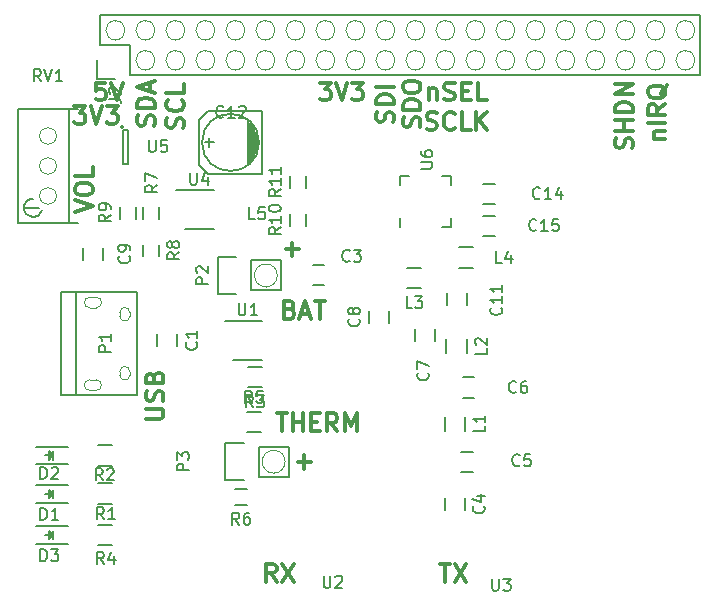
<source format=gto>
G04 #@! TF.FileFunction,Legend,Top*
%FSLAX46Y46*%
G04 Gerber Fmt 4.6, Leading zero omitted, Abs format (unit mm)*
G04 Created by KiCad (PCBNEW 4.0.6) date Wed Apr 19 01:03:26 2017*
%MOMM*%
%LPD*%
G01*
G04 APERTURE LIST*
%ADD10C,0.100000*%
%ADD11C,0.300000*%
%ADD12C,0.150000*%
G04 APERTURE END LIST*
D10*
D11*
X97528572Y-114307143D02*
X98671429Y-114307143D01*
X98100000Y-114878571D02*
X98100000Y-113735714D01*
X98528572Y-132307143D02*
X99671429Y-132307143D01*
X99100000Y-132878571D02*
X99100000Y-131735714D01*
X79642858Y-102178571D02*
X80571429Y-102178571D01*
X80071429Y-102750000D01*
X80285715Y-102750000D01*
X80428572Y-102821429D01*
X80500001Y-102892857D01*
X80571429Y-103035714D01*
X80571429Y-103392857D01*
X80500001Y-103535714D01*
X80428572Y-103607143D01*
X80285715Y-103678571D01*
X79857143Y-103678571D01*
X79714286Y-103607143D01*
X79642858Y-103535714D01*
X81000000Y-102178571D02*
X81500000Y-103678571D01*
X82000000Y-102178571D01*
X82357143Y-102178571D02*
X83285714Y-102178571D01*
X82785714Y-102750000D01*
X83000000Y-102750000D01*
X83142857Y-102821429D01*
X83214286Y-102892857D01*
X83285714Y-103035714D01*
X83285714Y-103392857D01*
X83214286Y-103535714D01*
X83142857Y-103607143D01*
X83000000Y-103678571D01*
X82571428Y-103678571D01*
X82428571Y-103607143D01*
X82357143Y-103535714D01*
X82214287Y-100178571D02*
X81500001Y-100178571D01*
X81428572Y-100892857D01*
X81500001Y-100821429D01*
X81642858Y-100750000D01*
X82000001Y-100750000D01*
X82142858Y-100821429D01*
X82214287Y-100892857D01*
X82285715Y-101035714D01*
X82285715Y-101392857D01*
X82214287Y-101535714D01*
X82142858Y-101607143D01*
X82000001Y-101678571D01*
X81642858Y-101678571D01*
X81500001Y-101607143D01*
X81428572Y-101535714D01*
X82714286Y-100178571D02*
X83214286Y-101678571D01*
X83714286Y-100178571D01*
X88857143Y-104035714D02*
X88928571Y-103821428D01*
X88928571Y-103464285D01*
X88857143Y-103321428D01*
X88785714Y-103249999D01*
X88642857Y-103178571D01*
X88500000Y-103178571D01*
X88357143Y-103249999D01*
X88285714Y-103321428D01*
X88214286Y-103464285D01*
X88142857Y-103749999D01*
X88071429Y-103892857D01*
X88000000Y-103964285D01*
X87857143Y-104035714D01*
X87714286Y-104035714D01*
X87571429Y-103964285D01*
X87500000Y-103892857D01*
X87428571Y-103749999D01*
X87428571Y-103392857D01*
X87500000Y-103178571D01*
X88785714Y-101678571D02*
X88857143Y-101750000D01*
X88928571Y-101964286D01*
X88928571Y-102107143D01*
X88857143Y-102321428D01*
X88714286Y-102464286D01*
X88571429Y-102535714D01*
X88285714Y-102607143D01*
X88071429Y-102607143D01*
X87785714Y-102535714D01*
X87642857Y-102464286D01*
X87500000Y-102321428D01*
X87428571Y-102107143D01*
X87428571Y-101964286D01*
X87500000Y-101750000D01*
X87571429Y-101678571D01*
X88928571Y-100321428D02*
X88928571Y-101035714D01*
X87428571Y-101035714D01*
X86357143Y-103821428D02*
X86428571Y-103607142D01*
X86428571Y-103249999D01*
X86357143Y-103107142D01*
X86285714Y-103035713D01*
X86142857Y-102964285D01*
X86000000Y-102964285D01*
X85857143Y-103035713D01*
X85785714Y-103107142D01*
X85714286Y-103249999D01*
X85642857Y-103535713D01*
X85571429Y-103678571D01*
X85500000Y-103749999D01*
X85357143Y-103821428D01*
X85214286Y-103821428D01*
X85071429Y-103749999D01*
X85000000Y-103678571D01*
X84928571Y-103535713D01*
X84928571Y-103178571D01*
X85000000Y-102964285D01*
X86428571Y-102321428D02*
X84928571Y-102321428D01*
X84928571Y-101964285D01*
X85000000Y-101750000D01*
X85142857Y-101607142D01*
X85285714Y-101535714D01*
X85571429Y-101464285D01*
X85785714Y-101464285D01*
X86071429Y-101535714D01*
X86214286Y-101607142D01*
X86357143Y-101750000D01*
X86428571Y-101964285D01*
X86428571Y-102321428D01*
X86000000Y-100892857D02*
X86000000Y-100178571D01*
X86428571Y-101035714D02*
X84928571Y-100535714D01*
X86428571Y-100035714D01*
X128678571Y-104964286D02*
X129678571Y-104964286D01*
X128821429Y-104964286D02*
X128750000Y-104892858D01*
X128678571Y-104750000D01*
X128678571Y-104535715D01*
X128750000Y-104392858D01*
X128892857Y-104321429D01*
X129678571Y-104321429D01*
X129678571Y-103607143D02*
X128178571Y-103607143D01*
X129678571Y-102035714D02*
X128964286Y-102535714D01*
X129678571Y-102892857D02*
X128178571Y-102892857D01*
X128178571Y-102321429D01*
X128250000Y-102178571D01*
X128321429Y-102107143D01*
X128464286Y-102035714D01*
X128678571Y-102035714D01*
X128821429Y-102107143D01*
X128892857Y-102178571D01*
X128964286Y-102321429D01*
X128964286Y-102892857D01*
X129821429Y-100392857D02*
X129750000Y-100535714D01*
X129607143Y-100678571D01*
X129392857Y-100892857D01*
X129321429Y-101035714D01*
X129321429Y-101178571D01*
X129678571Y-101107143D02*
X129607143Y-101250000D01*
X129464286Y-101392857D01*
X129178571Y-101464286D01*
X128678571Y-101464286D01*
X128392857Y-101392857D01*
X128250000Y-101250000D01*
X128178571Y-101107143D01*
X128178571Y-100821429D01*
X128250000Y-100678571D01*
X128392857Y-100535714D01*
X128678571Y-100464286D01*
X129178571Y-100464286D01*
X129464286Y-100535714D01*
X129607143Y-100678571D01*
X129678571Y-100821429D01*
X129678571Y-101107143D01*
X126857143Y-105750000D02*
X126928571Y-105535714D01*
X126928571Y-105178571D01*
X126857143Y-105035714D01*
X126785714Y-104964285D01*
X126642857Y-104892857D01*
X126500000Y-104892857D01*
X126357143Y-104964285D01*
X126285714Y-105035714D01*
X126214286Y-105178571D01*
X126142857Y-105464285D01*
X126071429Y-105607143D01*
X126000000Y-105678571D01*
X125857143Y-105750000D01*
X125714286Y-105750000D01*
X125571429Y-105678571D01*
X125500000Y-105607143D01*
X125428571Y-105464285D01*
X125428571Y-105107143D01*
X125500000Y-104892857D01*
X126928571Y-104250000D02*
X125428571Y-104250000D01*
X126142857Y-104250000D02*
X126142857Y-103392857D01*
X126928571Y-103392857D02*
X125428571Y-103392857D01*
X126928571Y-102678571D02*
X125428571Y-102678571D01*
X125428571Y-102321428D01*
X125500000Y-102107143D01*
X125642857Y-101964285D01*
X125785714Y-101892857D01*
X126071429Y-101821428D01*
X126285714Y-101821428D01*
X126571429Y-101892857D01*
X126714286Y-101964285D01*
X126857143Y-102107143D01*
X126928571Y-102321428D01*
X126928571Y-102678571D01*
X126928571Y-101178571D02*
X125428571Y-101178571D01*
X126928571Y-100321428D01*
X125428571Y-100321428D01*
X109464286Y-104107143D02*
X109678572Y-104178571D01*
X110035715Y-104178571D01*
X110178572Y-104107143D01*
X110250001Y-104035714D01*
X110321429Y-103892857D01*
X110321429Y-103750000D01*
X110250001Y-103607143D01*
X110178572Y-103535714D01*
X110035715Y-103464286D01*
X109750001Y-103392857D01*
X109607143Y-103321429D01*
X109535715Y-103250000D01*
X109464286Y-103107143D01*
X109464286Y-102964286D01*
X109535715Y-102821429D01*
X109607143Y-102750000D01*
X109750001Y-102678571D01*
X110107143Y-102678571D01*
X110321429Y-102750000D01*
X111821429Y-104035714D02*
X111750000Y-104107143D01*
X111535714Y-104178571D01*
X111392857Y-104178571D01*
X111178572Y-104107143D01*
X111035714Y-103964286D01*
X110964286Y-103821429D01*
X110892857Y-103535714D01*
X110892857Y-103321429D01*
X110964286Y-103035714D01*
X111035714Y-102892857D01*
X111178572Y-102750000D01*
X111392857Y-102678571D01*
X111535714Y-102678571D01*
X111750000Y-102750000D01*
X111821429Y-102821429D01*
X113178572Y-104178571D02*
X112464286Y-104178571D01*
X112464286Y-102678571D01*
X113678572Y-104178571D02*
X113678572Y-102678571D01*
X114535715Y-104178571D02*
X113892858Y-103321429D01*
X114535715Y-102678571D02*
X113678572Y-103535714D01*
X109678572Y-100678571D02*
X109678572Y-101678571D01*
X109678572Y-100821429D02*
X109750000Y-100750000D01*
X109892858Y-100678571D01*
X110107143Y-100678571D01*
X110250000Y-100750000D01*
X110321429Y-100892857D01*
X110321429Y-101678571D01*
X110964286Y-101607143D02*
X111178572Y-101678571D01*
X111535715Y-101678571D01*
X111678572Y-101607143D01*
X111750001Y-101535714D01*
X111821429Y-101392857D01*
X111821429Y-101250000D01*
X111750001Y-101107143D01*
X111678572Y-101035714D01*
X111535715Y-100964286D01*
X111250001Y-100892857D01*
X111107143Y-100821429D01*
X111035715Y-100750000D01*
X110964286Y-100607143D01*
X110964286Y-100464286D01*
X111035715Y-100321429D01*
X111107143Y-100250000D01*
X111250001Y-100178571D01*
X111607143Y-100178571D01*
X111821429Y-100250000D01*
X112464286Y-100892857D02*
X112964286Y-100892857D01*
X113178572Y-101678571D02*
X112464286Y-101678571D01*
X112464286Y-100178571D01*
X113178572Y-100178571D01*
X114535715Y-101678571D02*
X113821429Y-101678571D01*
X113821429Y-100178571D01*
X108857143Y-103964286D02*
X108928571Y-103750000D01*
X108928571Y-103392857D01*
X108857143Y-103250000D01*
X108785714Y-103178571D01*
X108642857Y-103107143D01*
X108500000Y-103107143D01*
X108357143Y-103178571D01*
X108285714Y-103250000D01*
X108214286Y-103392857D01*
X108142857Y-103678571D01*
X108071429Y-103821429D01*
X108000000Y-103892857D01*
X107857143Y-103964286D01*
X107714286Y-103964286D01*
X107571429Y-103892857D01*
X107500000Y-103821429D01*
X107428571Y-103678571D01*
X107428571Y-103321429D01*
X107500000Y-103107143D01*
X108928571Y-102464286D02*
X107428571Y-102464286D01*
X107428571Y-102107143D01*
X107500000Y-101892858D01*
X107642857Y-101750000D01*
X107785714Y-101678572D01*
X108071429Y-101607143D01*
X108285714Y-101607143D01*
X108571429Y-101678572D01*
X108714286Y-101750000D01*
X108857143Y-101892858D01*
X108928571Y-102107143D01*
X108928571Y-102464286D01*
X107428571Y-100678572D02*
X107428571Y-100392858D01*
X107500000Y-100250000D01*
X107642857Y-100107143D01*
X107928571Y-100035715D01*
X108428571Y-100035715D01*
X108714286Y-100107143D01*
X108857143Y-100250000D01*
X108928571Y-100392858D01*
X108928571Y-100678572D01*
X108857143Y-100821429D01*
X108714286Y-100964286D01*
X108428571Y-101035715D01*
X107928571Y-101035715D01*
X107642857Y-100964286D01*
X107500000Y-100821429D01*
X107428571Y-100678572D01*
X106607143Y-103535714D02*
X106678571Y-103321428D01*
X106678571Y-102964285D01*
X106607143Y-102821428D01*
X106535714Y-102749999D01*
X106392857Y-102678571D01*
X106250000Y-102678571D01*
X106107143Y-102749999D01*
X106035714Y-102821428D01*
X105964286Y-102964285D01*
X105892857Y-103249999D01*
X105821429Y-103392857D01*
X105750000Y-103464285D01*
X105607143Y-103535714D01*
X105464286Y-103535714D01*
X105321429Y-103464285D01*
X105250000Y-103392857D01*
X105178571Y-103249999D01*
X105178571Y-102892857D01*
X105250000Y-102678571D01*
X106678571Y-102035714D02*
X105178571Y-102035714D01*
X105178571Y-101678571D01*
X105250000Y-101464286D01*
X105392857Y-101321428D01*
X105535714Y-101250000D01*
X105821429Y-101178571D01*
X106035714Y-101178571D01*
X106321429Y-101250000D01*
X106464286Y-101321428D01*
X106607143Y-101464286D01*
X106678571Y-101678571D01*
X106678571Y-102035714D01*
X106678571Y-100535714D02*
X105178571Y-100535714D01*
X100392858Y-100178571D02*
X101321429Y-100178571D01*
X100821429Y-100750000D01*
X101035715Y-100750000D01*
X101178572Y-100821429D01*
X101250001Y-100892857D01*
X101321429Y-101035714D01*
X101321429Y-101392857D01*
X101250001Y-101535714D01*
X101178572Y-101607143D01*
X101035715Y-101678571D01*
X100607143Y-101678571D01*
X100464286Y-101607143D01*
X100392858Y-101535714D01*
X101750000Y-100178571D02*
X102250000Y-101678571D01*
X102750000Y-100178571D01*
X103107143Y-100178571D02*
X104035714Y-100178571D01*
X103535714Y-100750000D01*
X103750000Y-100750000D01*
X103892857Y-100821429D01*
X103964286Y-100892857D01*
X104035714Y-101035714D01*
X104035714Y-101392857D01*
X103964286Y-101535714D01*
X103892857Y-101607143D01*
X103750000Y-101678571D01*
X103321428Y-101678571D01*
X103178571Y-101607143D01*
X103107143Y-101535714D01*
X110607143Y-140928571D02*
X111464286Y-140928571D01*
X111035715Y-142428571D02*
X111035715Y-140928571D01*
X111821429Y-140928571D02*
X112821429Y-142428571D01*
X112821429Y-140928571D02*
X111821429Y-142428571D01*
X96750001Y-142428571D02*
X96250001Y-141714286D01*
X95892858Y-142428571D02*
X95892858Y-140928571D01*
X96464286Y-140928571D01*
X96607144Y-141000000D01*
X96678572Y-141071429D01*
X96750001Y-141214286D01*
X96750001Y-141428571D01*
X96678572Y-141571429D01*
X96607144Y-141642857D01*
X96464286Y-141714286D01*
X95892858Y-141714286D01*
X97250001Y-140928571D02*
X98250001Y-142428571D01*
X98250001Y-140928571D02*
X97250001Y-142428571D01*
X96750000Y-128178571D02*
X97607143Y-128178571D01*
X97178572Y-129678571D02*
X97178572Y-128178571D01*
X98107143Y-129678571D02*
X98107143Y-128178571D01*
X98107143Y-128892857D02*
X98964286Y-128892857D01*
X98964286Y-129678571D02*
X98964286Y-128178571D01*
X99678572Y-128892857D02*
X100178572Y-128892857D01*
X100392858Y-129678571D02*
X99678572Y-129678571D01*
X99678572Y-128178571D01*
X100392858Y-128178571D01*
X101892858Y-129678571D02*
X101392858Y-128964286D01*
X101035715Y-129678571D02*
X101035715Y-128178571D01*
X101607143Y-128178571D01*
X101750001Y-128250000D01*
X101821429Y-128321429D01*
X101892858Y-128464286D01*
X101892858Y-128678571D01*
X101821429Y-128821429D01*
X101750001Y-128892857D01*
X101607143Y-128964286D01*
X101035715Y-128964286D01*
X102535715Y-129678571D02*
X102535715Y-128178571D01*
X103035715Y-129250000D01*
X103535715Y-128178571D01*
X103535715Y-129678571D01*
X97892858Y-119392857D02*
X98107144Y-119464286D01*
X98178572Y-119535714D01*
X98250001Y-119678571D01*
X98250001Y-119892857D01*
X98178572Y-120035714D01*
X98107144Y-120107143D01*
X97964286Y-120178571D01*
X97392858Y-120178571D01*
X97392858Y-118678571D01*
X97892858Y-118678571D01*
X98035715Y-118750000D01*
X98107144Y-118821429D01*
X98178572Y-118964286D01*
X98178572Y-119107143D01*
X98107144Y-119250000D01*
X98035715Y-119321429D01*
X97892858Y-119392857D01*
X97392858Y-119392857D01*
X98821429Y-119750000D02*
X99535715Y-119750000D01*
X98678572Y-120178571D02*
X99178572Y-118678571D01*
X99678572Y-120178571D01*
X99964286Y-118678571D02*
X100821429Y-118678571D01*
X100392858Y-120178571D02*
X100392858Y-118678571D01*
X79678571Y-111142857D02*
X81178571Y-110642857D01*
X79678571Y-110142857D01*
X79678571Y-109357143D02*
X79678571Y-109071429D01*
X79750000Y-108928571D01*
X79892857Y-108785714D01*
X80178571Y-108714286D01*
X80678571Y-108714286D01*
X80964286Y-108785714D01*
X81107143Y-108928571D01*
X81178571Y-109071429D01*
X81178571Y-109357143D01*
X81107143Y-109500000D01*
X80964286Y-109642857D01*
X80678571Y-109714286D01*
X80178571Y-109714286D01*
X79892857Y-109642857D01*
X79750000Y-109500000D01*
X79678571Y-109357143D01*
X81178571Y-107357142D02*
X81178571Y-108071428D01*
X79678571Y-108071428D01*
X85678571Y-128642857D02*
X86892857Y-128642857D01*
X87035714Y-128571429D01*
X87107143Y-128500000D01*
X87178571Y-128357143D01*
X87178571Y-128071429D01*
X87107143Y-127928571D01*
X87035714Y-127857143D01*
X86892857Y-127785714D01*
X85678571Y-127785714D01*
X87107143Y-127142857D02*
X87178571Y-126928571D01*
X87178571Y-126571428D01*
X87107143Y-126428571D01*
X87035714Y-126357142D01*
X86892857Y-126285714D01*
X86750000Y-126285714D01*
X86607143Y-126357142D01*
X86535714Y-126428571D01*
X86464286Y-126571428D01*
X86392857Y-126857142D01*
X86321429Y-127000000D01*
X86250000Y-127071428D01*
X86107143Y-127142857D01*
X85964286Y-127142857D01*
X85821429Y-127071428D01*
X85750000Y-127000000D01*
X85678571Y-126857142D01*
X85678571Y-126500000D01*
X85750000Y-126285714D01*
X86392857Y-125142857D02*
X86464286Y-124928571D01*
X86535714Y-124857143D01*
X86678571Y-124785714D01*
X86892857Y-124785714D01*
X87035714Y-124857143D01*
X87107143Y-124928571D01*
X87178571Y-125071429D01*
X87178571Y-125642857D01*
X85678571Y-125642857D01*
X85678571Y-125142857D01*
X85750000Y-125000000D01*
X85821429Y-124928571D01*
X85964286Y-124857143D01*
X86107143Y-124857143D01*
X86250000Y-124928571D01*
X86321429Y-125000000D01*
X86392857Y-125142857D01*
X86392857Y-125642857D01*
D12*
X88975000Y-112600000D02*
X91425000Y-112600000D01*
X88250000Y-109300000D02*
X91425000Y-109300000D01*
X132640000Y-94480000D02*
X81840000Y-94480000D01*
X84380000Y-99560000D02*
X132640000Y-99560000D01*
X132640000Y-94480000D02*
X132640000Y-99560000D01*
X81840000Y-94480000D02*
X81840000Y-97020000D01*
X81560000Y-98290000D02*
X81560000Y-99840000D01*
X81840000Y-97020000D02*
X84380000Y-97020000D01*
X84380000Y-97020000D02*
X84380000Y-99560000D01*
X81560000Y-99840000D02*
X83110000Y-99840000D01*
X88350000Y-122500000D02*
X88350000Y-121500000D01*
X86650000Y-121500000D02*
X86650000Y-122500000D01*
X100810000Y-115630000D02*
X99810000Y-115630000D01*
X99810000Y-117330000D02*
X100810000Y-117330000D01*
X112675000Y-136375000D02*
X112675000Y-135375000D01*
X110975000Y-135375000D02*
X110975000Y-136375000D01*
X113350000Y-131425000D02*
X112350000Y-131425000D01*
X112350000Y-133125000D02*
X113350000Y-133125000D01*
X113500000Y-125150000D02*
X112500000Y-125150000D01*
X112500000Y-126850000D02*
X113500000Y-126850000D01*
X110200000Y-122050000D02*
X110200000Y-121050000D01*
X108500000Y-121050000D02*
X108500000Y-122050000D01*
X104600000Y-119525000D02*
X104600000Y-120525000D01*
X106300000Y-120525000D02*
X106300000Y-119525000D01*
X82050000Y-115200000D02*
X82050000Y-114200000D01*
X80350000Y-114200000D02*
X80350000Y-115200000D01*
X112850000Y-119000000D02*
X112850000Y-118000000D01*
X111150000Y-118000000D02*
X111150000Y-119000000D01*
X95136000Y-105885000D02*
X95136000Y-104488000D01*
X95009000Y-106139000D02*
X95009000Y-104361000D01*
X94882000Y-106520000D02*
X94882000Y-103980000D01*
X94755000Y-103853000D02*
X94755000Y-106647000D01*
X94628000Y-106774000D02*
X94628000Y-103726000D01*
X94501000Y-103599000D02*
X94501000Y-106901000D01*
X94374000Y-107028000D02*
X94374000Y-103472000D01*
X95517000Y-107917000D02*
X90945000Y-107917000D01*
X90945000Y-107917000D02*
X90183000Y-107155000D01*
X90183000Y-107155000D02*
X90183000Y-103345000D01*
X90183000Y-103345000D02*
X90945000Y-102583000D01*
X90945000Y-102583000D02*
X95517000Y-102583000D01*
X95517000Y-102583000D02*
X95517000Y-107917000D01*
X90691000Y-105250000D02*
X91453000Y-105250000D01*
X91072000Y-105631000D02*
X91072000Y-104869000D01*
X95263000Y-105250000D02*
G75*
G03X95263000Y-105250000I-2413000J0D01*
G01*
X114250000Y-110500000D02*
X115250000Y-110500000D01*
X115250000Y-108800000D02*
X114250000Y-108800000D01*
X114250000Y-113200000D02*
X115250000Y-113200000D01*
X115250000Y-111500000D02*
X114250000Y-111500000D01*
X79100000Y-134250000D02*
X76400000Y-134250000D01*
X79100000Y-135750000D02*
X76400000Y-135750000D01*
X77600000Y-134850000D02*
X77600000Y-135100000D01*
X77600000Y-135100000D02*
X77750000Y-134950000D01*
X77850000Y-135350000D02*
X77850000Y-134650000D01*
X77500000Y-135000000D02*
X77150000Y-135000000D01*
X77850000Y-135000000D02*
X77500000Y-135350000D01*
X77500000Y-135350000D02*
X77500000Y-134650000D01*
X77500000Y-134650000D02*
X77850000Y-135000000D01*
X79100000Y-131000000D02*
X76400000Y-131000000D01*
X79100000Y-132500000D02*
X76400000Y-132500000D01*
X77600000Y-131600000D02*
X77600000Y-131850000D01*
X77600000Y-131850000D02*
X77750000Y-131700000D01*
X77850000Y-132100000D02*
X77850000Y-131400000D01*
X77500000Y-131750000D02*
X77150000Y-131750000D01*
X77850000Y-131750000D02*
X77500000Y-132100000D01*
X77500000Y-132100000D02*
X77500000Y-131400000D01*
X77500000Y-131400000D02*
X77850000Y-131750000D01*
X79100000Y-137750000D02*
X76400000Y-137750000D01*
X79100000Y-139250000D02*
X76400000Y-139250000D01*
X77600000Y-138350000D02*
X77600000Y-138600000D01*
X77600000Y-138600000D02*
X77750000Y-138450000D01*
X77850000Y-138850000D02*
X77850000Y-138150000D01*
X77500000Y-138500000D02*
X77150000Y-138500000D01*
X77850000Y-138500000D02*
X77500000Y-138850000D01*
X77500000Y-138850000D02*
X77500000Y-138150000D01*
X77500000Y-138150000D02*
X77850000Y-138500000D01*
X110975000Y-129675000D02*
X110975000Y-128475000D01*
X112725000Y-128475000D02*
X112725000Y-129675000D01*
X111125000Y-123100000D02*
X111125000Y-121900000D01*
X112875000Y-121900000D02*
X112875000Y-123100000D01*
X107800000Y-115850000D02*
X109000000Y-115850000D01*
X109000000Y-117600000D02*
X107800000Y-117600000D01*
X112200000Y-114125000D02*
X113400000Y-114125000D01*
X113400000Y-115875000D02*
X112200000Y-115875000D01*
X78522540Y-117949100D02*
X78522540Y-126649100D01*
X84927540Y-117949100D02*
X84927540Y-126649100D01*
X84927540Y-126649100D02*
X78522540Y-126649100D01*
X79752540Y-126649100D02*
X79752540Y-117949100D01*
X78522540Y-117949100D02*
X84927540Y-117949100D01*
X94580000Y-115240000D02*
X97120000Y-115240000D01*
X91760000Y-114960000D02*
X93310000Y-114960000D01*
X94580000Y-115240000D02*
X94580000Y-117780000D01*
X93310000Y-118060000D02*
X91760000Y-118060000D01*
X91760000Y-118060000D02*
X91760000Y-114960000D01*
X94580000Y-117780000D02*
X97120000Y-117780000D01*
X97120000Y-117780000D02*
X97120000Y-115240000D01*
X82850000Y-135875000D02*
X81650000Y-135875000D01*
X81650000Y-134125000D02*
X82850000Y-134125000D01*
X82850000Y-132625000D02*
X81650000Y-132625000D01*
X81650000Y-130875000D02*
X82850000Y-130875000D01*
X94310000Y-124245000D02*
X95510000Y-124245000D01*
X95510000Y-125995000D02*
X94310000Y-125995000D01*
X82850000Y-139375000D02*
X81650000Y-139375000D01*
X81650000Y-137625000D02*
X82850000Y-137625000D01*
X95430000Y-129795000D02*
X94230000Y-129795000D01*
X94230000Y-128045000D02*
X95430000Y-128045000D01*
X93250000Y-134575000D02*
X94250000Y-134575000D01*
X94250000Y-135925000D02*
X93250000Y-135925000D01*
X85475000Y-111700000D02*
X85475000Y-110700000D01*
X86825000Y-110700000D02*
X86825000Y-111700000D01*
X85475000Y-114900000D02*
X85475000Y-113900000D01*
X86825000Y-113900000D02*
X86825000Y-114900000D01*
X84825000Y-110700000D02*
X84825000Y-111700000D01*
X83475000Y-111700000D02*
X83475000Y-110700000D01*
X99225000Y-111300000D02*
X99225000Y-112300000D01*
X97875000Y-112300000D02*
X97875000Y-111300000D01*
X99225000Y-108075000D02*
X99225000Y-109075000D01*
X97875000Y-109075000D02*
X97875000Y-108075000D01*
X75368000Y-110796000D02*
X76638000Y-110796000D01*
X76117300Y-110008600D02*
X75863300Y-110046700D01*
X75863300Y-110046700D02*
X75583900Y-110224500D01*
X75583900Y-110224500D02*
X75368000Y-110542000D01*
X75368000Y-110542000D02*
X75355300Y-110986500D01*
X75355300Y-110986500D02*
X75558500Y-111342100D01*
X75558500Y-111342100D02*
X75850600Y-111519900D01*
X75850600Y-111519900D02*
X76168100Y-111570700D01*
X76168100Y-111570700D02*
X76574500Y-111469100D01*
X76574500Y-111469100D02*
X76828500Y-111126200D01*
X76828500Y-111126200D02*
X76917400Y-110948400D01*
X79178000Y-102414000D02*
X79178000Y-112066000D01*
X76130000Y-112066000D02*
X74860000Y-112066000D01*
X74860000Y-112066000D02*
X74860000Y-102414000D01*
X74860000Y-102414000D02*
X79940000Y-102414000D01*
X79940000Y-112066000D02*
X77400000Y-112066000D01*
X77400000Y-112066000D02*
X76130000Y-112066000D01*
X93085000Y-123650000D02*
X95535000Y-123650000D01*
X92360000Y-120350000D02*
X95535000Y-120350000D01*
X107200000Y-108100000D02*
X107975000Y-108100000D01*
X111500000Y-112400000D02*
X110725000Y-112400000D01*
X111500000Y-108100000D02*
X110725000Y-108100000D01*
X107200000Y-112400000D02*
X107200000Y-111625000D01*
X111500000Y-112400000D02*
X111500000Y-111625000D01*
X111500000Y-108100000D02*
X111500000Y-108875000D01*
X107200000Y-108100000D02*
X107200000Y-108875000D01*
X83760000Y-103940000D02*
G75*
G03X83760000Y-103940000I-100000J0D01*
G01*
X84210000Y-104190000D02*
X83710000Y-104190000D01*
X84210000Y-107090000D02*
X84210000Y-104190000D01*
X83710000Y-107090000D02*
X84210000Y-107090000D01*
X83710000Y-104190000D02*
X83710000Y-107090000D01*
X95240000Y-131010000D02*
X97780000Y-131010000D01*
X92420000Y-130730000D02*
X93970000Y-130730000D01*
X95240000Y-131010000D02*
X95240000Y-133550000D01*
X93970000Y-133830000D02*
X92420000Y-133830000D01*
X92420000Y-133830000D02*
X92420000Y-130730000D01*
X95240000Y-133550000D02*
X97780000Y-133550000D01*
X97780000Y-133550000D02*
X97780000Y-131010000D01*
D10*
X83110000Y-96563600D02*
X83110000Y-96563600D01*
X83110000Y-94936400D02*
X83110000Y-94936400D01*
X83110000Y-96563600D02*
G75*
G03X83110000Y-94936400I0J813600D01*
G01*
X83110000Y-94936400D02*
G75*
G03X83110000Y-96563600I0J-813600D01*
G01*
X85650000Y-99103600D02*
X85650000Y-99103600D01*
X85650000Y-97476400D02*
X85650000Y-97476400D01*
X85650000Y-99103600D02*
G75*
G03X85650000Y-97476400I0J813600D01*
G01*
X85650000Y-97476400D02*
G75*
G03X85650000Y-99103600I0J-813600D01*
G01*
X85650000Y-96563600D02*
X85650000Y-96563600D01*
X85650000Y-94936400D02*
X85650000Y-94936400D01*
X85650000Y-96563600D02*
G75*
G03X85650000Y-94936400I0J813600D01*
G01*
X85650000Y-94936400D02*
G75*
G03X85650000Y-96563600I0J-813600D01*
G01*
X88190000Y-99103600D02*
X88190000Y-99103600D01*
X88190000Y-97476400D02*
X88190000Y-97476400D01*
X88190000Y-99103600D02*
G75*
G03X88190000Y-97476400I0J813600D01*
G01*
X88190000Y-97476400D02*
G75*
G03X88190000Y-99103600I0J-813600D01*
G01*
X88190000Y-96563600D02*
X88190000Y-96563600D01*
X88190000Y-94936400D02*
X88190000Y-94936400D01*
X88190000Y-96563600D02*
G75*
G03X88190000Y-94936400I0J813600D01*
G01*
X88190000Y-94936400D02*
G75*
G03X88190000Y-96563600I0J-813600D01*
G01*
X90730000Y-99103600D02*
X90730000Y-99103600D01*
X90730000Y-97476400D02*
X90730000Y-97476400D01*
X90730000Y-99103600D02*
G75*
G03X90730000Y-97476400I0J813600D01*
G01*
X90730000Y-97476400D02*
G75*
G03X90730000Y-99103600I0J-813600D01*
G01*
X90730000Y-96563600D02*
X90730000Y-96563600D01*
X90730000Y-94936400D02*
X90730000Y-94936400D01*
X90730000Y-96563600D02*
G75*
G03X90730000Y-94936400I0J813600D01*
G01*
X90730000Y-94936400D02*
G75*
G03X90730000Y-96563600I0J-813600D01*
G01*
X93270000Y-99103600D02*
X93270000Y-99103600D01*
X93270000Y-97476400D02*
X93270000Y-97476400D01*
X93270000Y-99103600D02*
G75*
G03X93270000Y-97476400I0J813600D01*
G01*
X93270000Y-97476400D02*
G75*
G03X93270000Y-99103600I0J-813600D01*
G01*
X93270000Y-96563600D02*
X93270000Y-96563600D01*
X93270000Y-94936400D02*
X93270000Y-94936400D01*
X93270000Y-96563600D02*
G75*
G03X93270000Y-94936400I0J813600D01*
G01*
X93270000Y-94936400D02*
G75*
G03X93270000Y-96563600I0J-813600D01*
G01*
X95810000Y-99103600D02*
X95810000Y-99103600D01*
X95810000Y-97476400D02*
X95810000Y-97476400D01*
X95810000Y-99103600D02*
G75*
G03X95810000Y-97476400I0J813600D01*
G01*
X95810000Y-97476400D02*
G75*
G03X95810000Y-99103600I0J-813600D01*
G01*
X95810000Y-96563600D02*
X95810000Y-96563600D01*
X95810000Y-94936400D02*
X95810000Y-94936400D01*
X95810000Y-96563600D02*
G75*
G03X95810000Y-94936400I0J813600D01*
G01*
X95810000Y-94936400D02*
G75*
G03X95810000Y-96563600I0J-813600D01*
G01*
X98350000Y-99103600D02*
X98350000Y-99103600D01*
X98350000Y-97476400D02*
X98350000Y-97476400D01*
X98350000Y-99103600D02*
G75*
G03X98350000Y-97476400I0J813600D01*
G01*
X98350000Y-97476400D02*
G75*
G03X98350000Y-99103600I0J-813600D01*
G01*
X98350000Y-96563600D02*
X98350000Y-96563600D01*
X98350000Y-94936400D02*
X98350000Y-94936400D01*
X98350000Y-96563600D02*
G75*
G03X98350000Y-94936400I0J813600D01*
G01*
X98350000Y-94936400D02*
G75*
G03X98350000Y-96563600I0J-813600D01*
G01*
X100890000Y-99103600D02*
X100890000Y-99103600D01*
X100890000Y-97476400D02*
X100890000Y-97476400D01*
X100890000Y-99103600D02*
G75*
G03X100890000Y-97476400I0J813600D01*
G01*
X100890000Y-97476400D02*
G75*
G03X100890000Y-99103600I0J-813600D01*
G01*
X100890000Y-96563600D02*
X100890000Y-96563600D01*
X100890000Y-94936400D02*
X100890000Y-94936400D01*
X100890000Y-96563600D02*
G75*
G03X100890000Y-94936400I0J813600D01*
G01*
X100890000Y-94936400D02*
G75*
G03X100890000Y-96563600I0J-813600D01*
G01*
X103430000Y-99103600D02*
X103430000Y-99103600D01*
X103430000Y-97476400D02*
X103430000Y-97476400D01*
X103430000Y-99103600D02*
G75*
G03X103430000Y-97476400I0J813600D01*
G01*
X103430000Y-97476400D02*
G75*
G03X103430000Y-99103600I0J-813600D01*
G01*
X103430000Y-96563600D02*
X103430000Y-96563600D01*
X103430000Y-94936400D02*
X103430000Y-94936400D01*
X103430000Y-96563600D02*
G75*
G03X103430000Y-94936400I0J813600D01*
G01*
X103430000Y-94936400D02*
G75*
G03X103430000Y-96563600I0J-813600D01*
G01*
X105970000Y-99103600D02*
X105970000Y-99103600D01*
X105970000Y-97476400D02*
X105970000Y-97476400D01*
X105970000Y-99103600D02*
G75*
G03X105970000Y-97476400I0J813600D01*
G01*
X105970000Y-97476400D02*
G75*
G03X105970000Y-99103600I0J-813600D01*
G01*
X105970000Y-96563600D02*
X105970000Y-96563600D01*
X105970000Y-94936400D02*
X105970000Y-94936400D01*
X105970000Y-96563600D02*
G75*
G03X105970000Y-94936400I0J813600D01*
G01*
X105970000Y-94936400D02*
G75*
G03X105970000Y-96563600I0J-813600D01*
G01*
X108510000Y-99103600D02*
X108510000Y-99103600D01*
X108510000Y-97476400D02*
X108510000Y-97476400D01*
X108510000Y-99103600D02*
G75*
G03X108510000Y-97476400I0J813600D01*
G01*
X108510000Y-97476400D02*
G75*
G03X108510000Y-99103600I0J-813600D01*
G01*
X108510000Y-96563600D02*
X108510000Y-96563600D01*
X108510000Y-94936400D02*
X108510000Y-94936400D01*
X108510000Y-96563600D02*
G75*
G03X108510000Y-94936400I0J813600D01*
G01*
X108510000Y-94936400D02*
G75*
G03X108510000Y-96563600I0J-813600D01*
G01*
X111050000Y-99103600D02*
X111050000Y-99103600D01*
X111050000Y-97476400D02*
X111050000Y-97476400D01*
X111050000Y-99103600D02*
G75*
G03X111050000Y-97476400I0J813600D01*
G01*
X111050000Y-97476400D02*
G75*
G03X111050000Y-99103600I0J-813600D01*
G01*
X111050000Y-96563600D02*
X111050000Y-96563600D01*
X111050000Y-94936400D02*
X111050000Y-94936400D01*
X111050000Y-96563600D02*
G75*
G03X111050000Y-94936400I0J813600D01*
G01*
X111050000Y-94936400D02*
G75*
G03X111050000Y-96563600I0J-813600D01*
G01*
X113590000Y-99103600D02*
X113590000Y-99103600D01*
X113590000Y-97476400D02*
X113590000Y-97476400D01*
X113590000Y-99103600D02*
G75*
G03X113590000Y-97476400I0J813600D01*
G01*
X113590000Y-97476400D02*
G75*
G03X113590000Y-99103600I0J-813600D01*
G01*
X113590000Y-96563600D02*
X113590000Y-96563600D01*
X113590000Y-94936400D02*
X113590000Y-94936400D01*
X113590000Y-96563600D02*
G75*
G03X113590000Y-94936400I0J813600D01*
G01*
X113590000Y-94936400D02*
G75*
G03X113590000Y-96563600I0J-813600D01*
G01*
X116130000Y-99103600D02*
X116130000Y-99103600D01*
X116130000Y-97476400D02*
X116130000Y-97476400D01*
X116130000Y-99103600D02*
G75*
G03X116130000Y-97476400I0J813600D01*
G01*
X116130000Y-97476400D02*
G75*
G03X116130000Y-99103600I0J-813600D01*
G01*
X116130000Y-96563600D02*
X116130000Y-96563600D01*
X116130000Y-94936400D02*
X116130000Y-94936400D01*
X116130000Y-96563600D02*
G75*
G03X116130000Y-94936400I0J813600D01*
G01*
X116130000Y-94936400D02*
G75*
G03X116130000Y-96563600I0J-813600D01*
G01*
X118670000Y-99103600D02*
X118670000Y-99103600D01*
X118670000Y-97476400D02*
X118670000Y-97476400D01*
X118670000Y-99103600D02*
G75*
G03X118670000Y-97476400I0J813600D01*
G01*
X118670000Y-97476400D02*
G75*
G03X118670000Y-99103600I0J-813600D01*
G01*
X118670000Y-96563600D02*
X118670000Y-96563600D01*
X118670000Y-94936400D02*
X118670000Y-94936400D01*
X118670000Y-96563600D02*
G75*
G03X118670000Y-94936400I0J813600D01*
G01*
X118670000Y-94936400D02*
G75*
G03X118670000Y-96563600I0J-813600D01*
G01*
X121210000Y-99103600D02*
X121210000Y-99103600D01*
X121210000Y-97476400D02*
X121210000Y-97476400D01*
X121210000Y-99103600D02*
G75*
G03X121210000Y-97476400I0J813600D01*
G01*
X121210000Y-97476400D02*
G75*
G03X121210000Y-99103600I0J-813600D01*
G01*
X121210000Y-96563600D02*
X121210000Y-96563600D01*
X121210000Y-94936400D02*
X121210000Y-94936400D01*
X121210000Y-96563600D02*
G75*
G03X121210000Y-94936400I0J813600D01*
G01*
X121210000Y-94936400D02*
G75*
G03X121210000Y-96563600I0J-813600D01*
G01*
X123750000Y-99103600D02*
X123750000Y-99103600D01*
X123750000Y-97476400D02*
X123750000Y-97476400D01*
X123750000Y-99103600D02*
G75*
G03X123750000Y-97476400I0J813600D01*
G01*
X123750000Y-97476400D02*
G75*
G03X123750000Y-99103600I0J-813600D01*
G01*
X123750000Y-96563600D02*
X123750000Y-96563600D01*
X123750000Y-94936400D02*
X123750000Y-94936400D01*
X123750000Y-96563600D02*
G75*
G03X123750000Y-94936400I0J813600D01*
G01*
X123750000Y-94936400D02*
G75*
G03X123750000Y-96563600I0J-813600D01*
G01*
X126290000Y-99103600D02*
X126290000Y-99103600D01*
X126290000Y-97476400D02*
X126290000Y-97476400D01*
X126290000Y-99103600D02*
G75*
G03X126290000Y-97476400I0J813600D01*
G01*
X126290000Y-97476400D02*
G75*
G03X126290000Y-99103600I0J-813600D01*
G01*
X126290000Y-96563600D02*
X126290000Y-96563600D01*
X126290000Y-94936400D02*
X126290000Y-94936400D01*
X126290000Y-96563600D02*
G75*
G03X126290000Y-94936400I0J813600D01*
G01*
X126290000Y-94936400D02*
G75*
G03X126290000Y-96563600I0J-813600D01*
G01*
X128830000Y-99103600D02*
X128830000Y-99103600D01*
X128830000Y-97476400D02*
X128830000Y-97476400D01*
X128830000Y-99103600D02*
G75*
G03X128830000Y-97476400I0J813600D01*
G01*
X128830000Y-97476400D02*
G75*
G03X128830000Y-99103600I0J-813600D01*
G01*
X128830000Y-96563600D02*
X128830000Y-96563600D01*
X128830000Y-94936400D02*
X128830000Y-94936400D01*
X128830000Y-96563600D02*
G75*
G03X128830000Y-94936400I0J813600D01*
G01*
X128830000Y-94936400D02*
G75*
G03X128830000Y-96563600I0J-813600D01*
G01*
X131370000Y-99103600D02*
X131370000Y-99103600D01*
X131370000Y-97476400D02*
X131370000Y-97476400D01*
X131370000Y-99103600D02*
G75*
G03X131370000Y-97476400I0J813600D01*
G01*
X131370000Y-97476400D02*
G75*
G03X131370000Y-99103600I0J-813600D01*
G01*
X131370000Y-96563600D02*
X131370000Y-96563600D01*
X131370000Y-94936400D02*
X131370000Y-94936400D01*
X131370000Y-96563600D02*
G75*
G03X131370000Y-94936400I0J813600D01*
G01*
X131370000Y-94936400D02*
G75*
G03X131370000Y-96563600I0J-813600D01*
G01*
X83477540Y-119649100D02*
X83477540Y-119949100D01*
X84327540Y-119649100D02*
X84327540Y-119949100D01*
X83477540Y-119949100D02*
G75*
G03X84327540Y-119949100I425000J0D01*
G01*
X84327540Y-119649100D02*
G75*
G03X83477540Y-119649100I-425000J0D01*
G01*
X83477540Y-124649100D02*
X83477540Y-124949100D01*
X84327540Y-124649100D02*
X84327540Y-124949100D01*
X83477540Y-124949100D02*
G75*
G03X84327540Y-124949100I425000J0D01*
G01*
X84327540Y-124649100D02*
G75*
G03X83477540Y-124649100I-425000J0D01*
G01*
X80927540Y-119249100D02*
X81477540Y-119249100D01*
X80927540Y-118349100D02*
X81477540Y-118349100D01*
X81477540Y-119249100D02*
G75*
G03X81477540Y-118349100I0J450000D01*
G01*
X80927540Y-118349100D02*
G75*
G03X80927540Y-119249100I0J-450000D01*
G01*
X80927540Y-126249100D02*
X81477540Y-126249100D01*
X80927540Y-125349100D02*
X81477540Y-125349100D01*
X81477540Y-126249100D02*
G75*
G03X81477540Y-125349100I0J450000D01*
G01*
X80927540Y-125349100D02*
G75*
G03X80927540Y-126249100I0J-450000D01*
G01*
X95850000Y-117476000D02*
X95850000Y-117476000D01*
X95850000Y-115544000D02*
X95850000Y-115544000D01*
X95850000Y-117476000D02*
G75*
G03X95850000Y-115544000I0J966000D01*
G01*
X95850000Y-115544000D02*
G75*
G03X95850000Y-117476000I0J-966000D01*
G01*
X78112000Y-107240000D02*
G75*
G03X78112000Y-107240000I-712000J0D01*
G01*
X78112000Y-104700000D02*
G75*
G03X78112000Y-104700000I-712000J0D01*
G01*
X78112000Y-109780000D02*
G75*
G03X78112000Y-109780000I-712000J0D01*
G01*
X96510000Y-133246000D02*
X96510000Y-133246000D01*
X96510000Y-131314000D02*
X96510000Y-131314000D01*
X96510000Y-133246000D02*
G75*
G03X96510000Y-131314000I0J966000D01*
G01*
X96510000Y-131314000D02*
G75*
G03X96510000Y-133246000I0J-966000D01*
G01*
D12*
X89438095Y-107827381D02*
X89438095Y-108636905D01*
X89485714Y-108732143D01*
X89533333Y-108779762D01*
X89628571Y-108827381D01*
X89819048Y-108827381D01*
X89914286Y-108779762D01*
X89961905Y-108732143D01*
X90009524Y-108636905D01*
X90009524Y-107827381D01*
X90914286Y-108160714D02*
X90914286Y-108827381D01*
X90676190Y-107779762D02*
X90438095Y-108494048D01*
X91057143Y-108494048D01*
X82562381Y-101544333D02*
X83276667Y-101544333D01*
X83419524Y-101591953D01*
X83514762Y-101687191D01*
X83562381Y-101830048D01*
X83562381Y-101925286D01*
X82657619Y-101115762D02*
X82610000Y-101068143D01*
X82562381Y-100972905D01*
X82562381Y-100734809D01*
X82610000Y-100639571D01*
X82657619Y-100591952D01*
X82752857Y-100544333D01*
X82848095Y-100544333D01*
X82990952Y-100591952D01*
X83562381Y-101163381D01*
X83562381Y-100544333D01*
X89957143Y-122166666D02*
X90004762Y-122214285D01*
X90052381Y-122357142D01*
X90052381Y-122452380D01*
X90004762Y-122595238D01*
X89909524Y-122690476D01*
X89814286Y-122738095D01*
X89623810Y-122785714D01*
X89480952Y-122785714D01*
X89290476Y-122738095D01*
X89195238Y-122690476D01*
X89100000Y-122595238D01*
X89052381Y-122452380D01*
X89052381Y-122357142D01*
X89100000Y-122214285D01*
X89147619Y-122166666D01*
X90052381Y-121214285D02*
X90052381Y-121785714D01*
X90052381Y-121500000D02*
X89052381Y-121500000D01*
X89195238Y-121595238D01*
X89290476Y-121690476D01*
X89338095Y-121785714D01*
X102933334Y-115257143D02*
X102885715Y-115304762D01*
X102742858Y-115352381D01*
X102647620Y-115352381D01*
X102504762Y-115304762D01*
X102409524Y-115209524D01*
X102361905Y-115114286D01*
X102314286Y-114923810D01*
X102314286Y-114780952D01*
X102361905Y-114590476D01*
X102409524Y-114495238D01*
X102504762Y-114400000D01*
X102647620Y-114352381D01*
X102742858Y-114352381D01*
X102885715Y-114400000D01*
X102933334Y-114447619D01*
X103266667Y-114352381D02*
X103885715Y-114352381D01*
X103552381Y-114733333D01*
X103695239Y-114733333D01*
X103790477Y-114780952D01*
X103838096Y-114828571D01*
X103885715Y-114923810D01*
X103885715Y-115161905D01*
X103838096Y-115257143D01*
X103790477Y-115304762D01*
X103695239Y-115352381D01*
X103409524Y-115352381D01*
X103314286Y-115304762D01*
X103266667Y-115257143D01*
X114282143Y-136041666D02*
X114329762Y-136089285D01*
X114377381Y-136232142D01*
X114377381Y-136327380D01*
X114329762Y-136470238D01*
X114234524Y-136565476D01*
X114139286Y-136613095D01*
X113948810Y-136660714D01*
X113805952Y-136660714D01*
X113615476Y-136613095D01*
X113520238Y-136565476D01*
X113425000Y-136470238D01*
X113377381Y-136327380D01*
X113377381Y-136232142D01*
X113425000Y-136089285D01*
X113472619Y-136041666D01*
X113710714Y-135184523D02*
X114377381Y-135184523D01*
X113329762Y-135422619D02*
X114044048Y-135660714D01*
X114044048Y-135041666D01*
X117333334Y-132557143D02*
X117285715Y-132604762D01*
X117142858Y-132652381D01*
X117047620Y-132652381D01*
X116904762Y-132604762D01*
X116809524Y-132509524D01*
X116761905Y-132414286D01*
X116714286Y-132223810D01*
X116714286Y-132080952D01*
X116761905Y-131890476D01*
X116809524Y-131795238D01*
X116904762Y-131700000D01*
X117047620Y-131652381D01*
X117142858Y-131652381D01*
X117285715Y-131700000D01*
X117333334Y-131747619D01*
X118238096Y-131652381D02*
X117761905Y-131652381D01*
X117714286Y-132128571D01*
X117761905Y-132080952D01*
X117857143Y-132033333D01*
X118095239Y-132033333D01*
X118190477Y-132080952D01*
X118238096Y-132128571D01*
X118285715Y-132223810D01*
X118285715Y-132461905D01*
X118238096Y-132557143D01*
X118190477Y-132604762D01*
X118095239Y-132652381D01*
X117857143Y-132652381D01*
X117761905Y-132604762D01*
X117714286Y-132557143D01*
X117033334Y-126357143D02*
X116985715Y-126404762D01*
X116842858Y-126452381D01*
X116747620Y-126452381D01*
X116604762Y-126404762D01*
X116509524Y-126309524D01*
X116461905Y-126214286D01*
X116414286Y-126023810D01*
X116414286Y-125880952D01*
X116461905Y-125690476D01*
X116509524Y-125595238D01*
X116604762Y-125500000D01*
X116747620Y-125452381D01*
X116842858Y-125452381D01*
X116985715Y-125500000D01*
X117033334Y-125547619D01*
X117890477Y-125452381D02*
X117700000Y-125452381D01*
X117604762Y-125500000D01*
X117557143Y-125547619D01*
X117461905Y-125690476D01*
X117414286Y-125880952D01*
X117414286Y-126261905D01*
X117461905Y-126357143D01*
X117509524Y-126404762D01*
X117604762Y-126452381D01*
X117795239Y-126452381D01*
X117890477Y-126404762D01*
X117938096Y-126357143D01*
X117985715Y-126261905D01*
X117985715Y-126023810D01*
X117938096Y-125928571D01*
X117890477Y-125880952D01*
X117795239Y-125833333D01*
X117604762Y-125833333D01*
X117509524Y-125880952D01*
X117461905Y-125928571D01*
X117414286Y-126023810D01*
X109557143Y-124766666D02*
X109604762Y-124814285D01*
X109652381Y-124957142D01*
X109652381Y-125052380D01*
X109604762Y-125195238D01*
X109509524Y-125290476D01*
X109414286Y-125338095D01*
X109223810Y-125385714D01*
X109080952Y-125385714D01*
X108890476Y-125338095D01*
X108795238Y-125290476D01*
X108700000Y-125195238D01*
X108652381Y-125052380D01*
X108652381Y-124957142D01*
X108700000Y-124814285D01*
X108747619Y-124766666D01*
X108652381Y-124433333D02*
X108652381Y-123766666D01*
X109652381Y-124195238D01*
X103707143Y-120191666D02*
X103754762Y-120239285D01*
X103802381Y-120382142D01*
X103802381Y-120477380D01*
X103754762Y-120620238D01*
X103659524Y-120715476D01*
X103564286Y-120763095D01*
X103373810Y-120810714D01*
X103230952Y-120810714D01*
X103040476Y-120763095D01*
X102945238Y-120715476D01*
X102850000Y-120620238D01*
X102802381Y-120477380D01*
X102802381Y-120382142D01*
X102850000Y-120239285D01*
X102897619Y-120191666D01*
X103230952Y-119620238D02*
X103183333Y-119715476D01*
X103135714Y-119763095D01*
X103040476Y-119810714D01*
X102992857Y-119810714D01*
X102897619Y-119763095D01*
X102850000Y-119715476D01*
X102802381Y-119620238D01*
X102802381Y-119429761D01*
X102850000Y-119334523D01*
X102897619Y-119286904D01*
X102992857Y-119239285D01*
X103040476Y-119239285D01*
X103135714Y-119286904D01*
X103183333Y-119334523D01*
X103230952Y-119429761D01*
X103230952Y-119620238D01*
X103278571Y-119715476D01*
X103326190Y-119763095D01*
X103421429Y-119810714D01*
X103611905Y-119810714D01*
X103707143Y-119763095D01*
X103754762Y-119715476D01*
X103802381Y-119620238D01*
X103802381Y-119429761D01*
X103754762Y-119334523D01*
X103707143Y-119286904D01*
X103611905Y-119239285D01*
X103421429Y-119239285D01*
X103326190Y-119286904D01*
X103278571Y-119334523D01*
X103230952Y-119429761D01*
X84257143Y-114866666D02*
X84304762Y-114914285D01*
X84352381Y-115057142D01*
X84352381Y-115152380D01*
X84304762Y-115295238D01*
X84209524Y-115390476D01*
X84114286Y-115438095D01*
X83923810Y-115485714D01*
X83780952Y-115485714D01*
X83590476Y-115438095D01*
X83495238Y-115390476D01*
X83400000Y-115295238D01*
X83352381Y-115152380D01*
X83352381Y-115057142D01*
X83400000Y-114914285D01*
X83447619Y-114866666D01*
X84352381Y-114390476D02*
X84352381Y-114200000D01*
X84304762Y-114104761D01*
X84257143Y-114057142D01*
X84114286Y-113961904D01*
X83923810Y-113914285D01*
X83542857Y-113914285D01*
X83447619Y-113961904D01*
X83400000Y-114009523D01*
X83352381Y-114104761D01*
X83352381Y-114295238D01*
X83400000Y-114390476D01*
X83447619Y-114438095D01*
X83542857Y-114485714D01*
X83780952Y-114485714D01*
X83876190Y-114438095D01*
X83923810Y-114390476D01*
X83971429Y-114295238D01*
X83971429Y-114104761D01*
X83923810Y-114009523D01*
X83876190Y-113961904D01*
X83780952Y-113914285D01*
X115757143Y-119242857D02*
X115804762Y-119290476D01*
X115852381Y-119433333D01*
X115852381Y-119528571D01*
X115804762Y-119671429D01*
X115709524Y-119766667D01*
X115614286Y-119814286D01*
X115423810Y-119861905D01*
X115280952Y-119861905D01*
X115090476Y-119814286D01*
X114995238Y-119766667D01*
X114900000Y-119671429D01*
X114852381Y-119528571D01*
X114852381Y-119433333D01*
X114900000Y-119290476D01*
X114947619Y-119242857D01*
X115852381Y-118290476D02*
X115852381Y-118861905D01*
X115852381Y-118576191D02*
X114852381Y-118576191D01*
X114995238Y-118671429D01*
X115090476Y-118766667D01*
X115138095Y-118861905D01*
X115852381Y-117338095D02*
X115852381Y-117909524D01*
X115852381Y-117623810D02*
X114852381Y-117623810D01*
X114995238Y-117719048D01*
X115090476Y-117814286D01*
X115138095Y-117909524D01*
X92257143Y-103057143D02*
X92209524Y-103104762D01*
X92066667Y-103152381D01*
X91971429Y-103152381D01*
X91828571Y-103104762D01*
X91733333Y-103009524D01*
X91685714Y-102914286D01*
X91638095Y-102723810D01*
X91638095Y-102580952D01*
X91685714Y-102390476D01*
X91733333Y-102295238D01*
X91828571Y-102200000D01*
X91971429Y-102152381D01*
X92066667Y-102152381D01*
X92209524Y-102200000D01*
X92257143Y-102247619D01*
X93209524Y-103152381D02*
X92638095Y-103152381D01*
X92923809Y-103152381D02*
X92923809Y-102152381D01*
X92828571Y-102295238D01*
X92733333Y-102390476D01*
X92638095Y-102438095D01*
X93590476Y-102247619D02*
X93638095Y-102200000D01*
X93733333Y-102152381D01*
X93971429Y-102152381D01*
X94066667Y-102200000D01*
X94114286Y-102247619D01*
X94161905Y-102342857D01*
X94161905Y-102438095D01*
X94114286Y-102580952D01*
X93542857Y-103152381D01*
X94161905Y-103152381D01*
X119057143Y-109957143D02*
X119009524Y-110004762D01*
X118866667Y-110052381D01*
X118771429Y-110052381D01*
X118628571Y-110004762D01*
X118533333Y-109909524D01*
X118485714Y-109814286D01*
X118438095Y-109623810D01*
X118438095Y-109480952D01*
X118485714Y-109290476D01*
X118533333Y-109195238D01*
X118628571Y-109100000D01*
X118771429Y-109052381D01*
X118866667Y-109052381D01*
X119009524Y-109100000D01*
X119057143Y-109147619D01*
X120009524Y-110052381D02*
X119438095Y-110052381D01*
X119723809Y-110052381D02*
X119723809Y-109052381D01*
X119628571Y-109195238D01*
X119533333Y-109290476D01*
X119438095Y-109338095D01*
X120866667Y-109385714D02*
X120866667Y-110052381D01*
X120628571Y-109004762D02*
X120390476Y-109719048D01*
X121009524Y-109719048D01*
X118757143Y-112657143D02*
X118709524Y-112704762D01*
X118566667Y-112752381D01*
X118471429Y-112752381D01*
X118328571Y-112704762D01*
X118233333Y-112609524D01*
X118185714Y-112514286D01*
X118138095Y-112323810D01*
X118138095Y-112180952D01*
X118185714Y-111990476D01*
X118233333Y-111895238D01*
X118328571Y-111800000D01*
X118471429Y-111752381D01*
X118566667Y-111752381D01*
X118709524Y-111800000D01*
X118757143Y-111847619D01*
X119709524Y-112752381D02*
X119138095Y-112752381D01*
X119423809Y-112752381D02*
X119423809Y-111752381D01*
X119328571Y-111895238D01*
X119233333Y-111990476D01*
X119138095Y-112038095D01*
X120614286Y-111752381D02*
X120138095Y-111752381D01*
X120090476Y-112228571D01*
X120138095Y-112180952D01*
X120233333Y-112133333D01*
X120471429Y-112133333D01*
X120566667Y-112180952D01*
X120614286Y-112228571D01*
X120661905Y-112323810D01*
X120661905Y-112561905D01*
X120614286Y-112657143D01*
X120566667Y-112704762D01*
X120471429Y-112752381D01*
X120233333Y-112752381D01*
X120138095Y-112704762D01*
X120090476Y-112657143D01*
X76761905Y-137202381D02*
X76761905Y-136202381D01*
X77000000Y-136202381D01*
X77142858Y-136250000D01*
X77238096Y-136345238D01*
X77285715Y-136440476D01*
X77333334Y-136630952D01*
X77333334Y-136773810D01*
X77285715Y-136964286D01*
X77238096Y-137059524D01*
X77142858Y-137154762D01*
X77000000Y-137202381D01*
X76761905Y-137202381D01*
X78285715Y-137202381D02*
X77714286Y-137202381D01*
X78000000Y-137202381D02*
X78000000Y-136202381D01*
X77904762Y-136345238D01*
X77809524Y-136440476D01*
X77714286Y-136488095D01*
X76761905Y-133752381D02*
X76761905Y-132752381D01*
X77000000Y-132752381D01*
X77142858Y-132800000D01*
X77238096Y-132895238D01*
X77285715Y-132990476D01*
X77333334Y-133180952D01*
X77333334Y-133323810D01*
X77285715Y-133514286D01*
X77238096Y-133609524D01*
X77142858Y-133704762D01*
X77000000Y-133752381D01*
X76761905Y-133752381D01*
X77714286Y-132847619D02*
X77761905Y-132800000D01*
X77857143Y-132752381D01*
X78095239Y-132752381D01*
X78190477Y-132800000D01*
X78238096Y-132847619D01*
X78285715Y-132942857D01*
X78285715Y-133038095D01*
X78238096Y-133180952D01*
X77666667Y-133752381D01*
X78285715Y-133752381D01*
X76761905Y-140702381D02*
X76761905Y-139702381D01*
X77000000Y-139702381D01*
X77142858Y-139750000D01*
X77238096Y-139845238D01*
X77285715Y-139940476D01*
X77333334Y-140130952D01*
X77333334Y-140273810D01*
X77285715Y-140464286D01*
X77238096Y-140559524D01*
X77142858Y-140654762D01*
X77000000Y-140702381D01*
X76761905Y-140702381D01*
X77666667Y-139702381D02*
X78285715Y-139702381D01*
X77952381Y-140083333D01*
X78095239Y-140083333D01*
X78190477Y-140130952D01*
X78238096Y-140178571D01*
X78285715Y-140273810D01*
X78285715Y-140511905D01*
X78238096Y-140607143D01*
X78190477Y-140654762D01*
X78095239Y-140702381D01*
X77809524Y-140702381D01*
X77714286Y-140654762D01*
X77666667Y-140607143D01*
X114402381Y-129241666D02*
X114402381Y-129717857D01*
X113402381Y-129717857D01*
X114402381Y-128384523D02*
X114402381Y-128955952D01*
X114402381Y-128670238D02*
X113402381Y-128670238D01*
X113545238Y-128765476D01*
X113640476Y-128860714D01*
X113688095Y-128955952D01*
X114552381Y-122666666D02*
X114552381Y-123142857D01*
X113552381Y-123142857D01*
X113647619Y-122380952D02*
X113600000Y-122333333D01*
X113552381Y-122238095D01*
X113552381Y-121999999D01*
X113600000Y-121904761D01*
X113647619Y-121857142D01*
X113742857Y-121809523D01*
X113838095Y-121809523D01*
X113980952Y-121857142D01*
X114552381Y-122428571D01*
X114552381Y-121809523D01*
X108233334Y-119277381D02*
X107757143Y-119277381D01*
X107757143Y-118277381D01*
X108471429Y-118277381D02*
X109090477Y-118277381D01*
X108757143Y-118658333D01*
X108900001Y-118658333D01*
X108995239Y-118705952D01*
X109042858Y-118753571D01*
X109090477Y-118848810D01*
X109090477Y-119086905D01*
X109042858Y-119182143D01*
X108995239Y-119229762D01*
X108900001Y-119277381D01*
X108614286Y-119277381D01*
X108519048Y-119229762D01*
X108471429Y-119182143D01*
X115833334Y-115452381D02*
X115357143Y-115452381D01*
X115357143Y-114452381D01*
X116595239Y-114785714D02*
X116595239Y-115452381D01*
X116357143Y-114404762D02*
X116119048Y-115119048D01*
X116738096Y-115119048D01*
X94933334Y-111752381D02*
X94457143Y-111752381D01*
X94457143Y-110752381D01*
X95742858Y-110752381D02*
X95266667Y-110752381D01*
X95219048Y-111228571D01*
X95266667Y-111180952D01*
X95361905Y-111133333D01*
X95600001Y-111133333D01*
X95695239Y-111180952D01*
X95742858Y-111228571D01*
X95790477Y-111323810D01*
X95790477Y-111561905D01*
X95742858Y-111657143D01*
X95695239Y-111704762D01*
X95600001Y-111752381D01*
X95361905Y-111752381D01*
X95266667Y-111704762D01*
X95219048Y-111657143D01*
X82702381Y-122988095D02*
X81702381Y-122988095D01*
X81702381Y-122607142D01*
X81750000Y-122511904D01*
X81797619Y-122464285D01*
X81892857Y-122416666D01*
X82035714Y-122416666D01*
X82130952Y-122464285D01*
X82178571Y-122511904D01*
X82226190Y-122607142D01*
X82226190Y-122988095D01*
X82702381Y-121464285D02*
X82702381Y-122035714D01*
X82702381Y-121750000D02*
X81702381Y-121750000D01*
X81845238Y-121845238D01*
X81940476Y-121940476D01*
X81988095Y-122035714D01*
X90952381Y-117238095D02*
X89952381Y-117238095D01*
X89952381Y-116857142D01*
X90000000Y-116761904D01*
X90047619Y-116714285D01*
X90142857Y-116666666D01*
X90285714Y-116666666D01*
X90380952Y-116714285D01*
X90428571Y-116761904D01*
X90476190Y-116857142D01*
X90476190Y-117238095D01*
X90047619Y-116285714D02*
X90000000Y-116238095D01*
X89952381Y-116142857D01*
X89952381Y-115904761D01*
X90000000Y-115809523D01*
X90047619Y-115761904D01*
X90142857Y-115714285D01*
X90238095Y-115714285D01*
X90380952Y-115761904D01*
X90952381Y-116333333D01*
X90952381Y-115714285D01*
X82133334Y-137152381D02*
X81800000Y-136676190D01*
X81561905Y-137152381D02*
X81561905Y-136152381D01*
X81942858Y-136152381D01*
X82038096Y-136200000D01*
X82085715Y-136247619D01*
X82133334Y-136342857D01*
X82133334Y-136485714D01*
X82085715Y-136580952D01*
X82038096Y-136628571D01*
X81942858Y-136676190D01*
X81561905Y-136676190D01*
X83085715Y-137152381D02*
X82514286Y-137152381D01*
X82800000Y-137152381D02*
X82800000Y-136152381D01*
X82704762Y-136295238D01*
X82609524Y-136390476D01*
X82514286Y-136438095D01*
X82033334Y-133852381D02*
X81700000Y-133376190D01*
X81461905Y-133852381D02*
X81461905Y-132852381D01*
X81842858Y-132852381D01*
X81938096Y-132900000D01*
X81985715Y-132947619D01*
X82033334Y-133042857D01*
X82033334Y-133185714D01*
X81985715Y-133280952D01*
X81938096Y-133328571D01*
X81842858Y-133376190D01*
X81461905Y-133376190D01*
X82414286Y-132947619D02*
X82461905Y-132900000D01*
X82557143Y-132852381D01*
X82795239Y-132852381D01*
X82890477Y-132900000D01*
X82938096Y-132947619D01*
X82985715Y-133042857D01*
X82985715Y-133138095D01*
X82938096Y-133280952D01*
X82366667Y-133852381D01*
X82985715Y-133852381D01*
X94743334Y-127672381D02*
X94410000Y-127196190D01*
X94171905Y-127672381D02*
X94171905Y-126672381D01*
X94552858Y-126672381D01*
X94648096Y-126720000D01*
X94695715Y-126767619D01*
X94743334Y-126862857D01*
X94743334Y-127005714D01*
X94695715Y-127100952D01*
X94648096Y-127148571D01*
X94552858Y-127196190D01*
X94171905Y-127196190D01*
X95076667Y-126672381D02*
X95695715Y-126672381D01*
X95362381Y-127053333D01*
X95505239Y-127053333D01*
X95600477Y-127100952D01*
X95648096Y-127148571D01*
X95695715Y-127243810D01*
X95695715Y-127481905D01*
X95648096Y-127577143D01*
X95600477Y-127624762D01*
X95505239Y-127672381D01*
X95219524Y-127672381D01*
X95124286Y-127624762D01*
X95076667Y-127577143D01*
X82133334Y-140952381D02*
X81800000Y-140476190D01*
X81561905Y-140952381D02*
X81561905Y-139952381D01*
X81942858Y-139952381D01*
X82038096Y-140000000D01*
X82085715Y-140047619D01*
X82133334Y-140142857D01*
X82133334Y-140285714D01*
X82085715Y-140380952D01*
X82038096Y-140428571D01*
X81942858Y-140476190D01*
X81561905Y-140476190D01*
X82990477Y-140285714D02*
X82990477Y-140952381D01*
X82752381Y-139904762D02*
X82514286Y-140619048D01*
X83133334Y-140619048D01*
X94663334Y-127272381D02*
X94330000Y-126796190D01*
X94091905Y-127272381D02*
X94091905Y-126272381D01*
X94472858Y-126272381D01*
X94568096Y-126320000D01*
X94615715Y-126367619D01*
X94663334Y-126462857D01*
X94663334Y-126605714D01*
X94615715Y-126700952D01*
X94568096Y-126748571D01*
X94472858Y-126796190D01*
X94091905Y-126796190D01*
X95568096Y-126272381D02*
X95091905Y-126272381D01*
X95044286Y-126748571D01*
X95091905Y-126700952D01*
X95187143Y-126653333D01*
X95425239Y-126653333D01*
X95520477Y-126700952D01*
X95568096Y-126748571D01*
X95615715Y-126843810D01*
X95615715Y-127081905D01*
X95568096Y-127177143D01*
X95520477Y-127224762D01*
X95425239Y-127272381D01*
X95187143Y-127272381D01*
X95091905Y-127224762D01*
X95044286Y-127177143D01*
X93583334Y-137602381D02*
X93250000Y-137126190D01*
X93011905Y-137602381D02*
X93011905Y-136602381D01*
X93392858Y-136602381D01*
X93488096Y-136650000D01*
X93535715Y-136697619D01*
X93583334Y-136792857D01*
X93583334Y-136935714D01*
X93535715Y-137030952D01*
X93488096Y-137078571D01*
X93392858Y-137126190D01*
X93011905Y-137126190D01*
X94440477Y-136602381D02*
X94250000Y-136602381D01*
X94154762Y-136650000D01*
X94107143Y-136697619D01*
X94011905Y-136840476D01*
X93964286Y-137030952D01*
X93964286Y-137411905D01*
X94011905Y-137507143D01*
X94059524Y-137554762D01*
X94154762Y-137602381D01*
X94345239Y-137602381D01*
X94440477Y-137554762D01*
X94488096Y-137507143D01*
X94535715Y-137411905D01*
X94535715Y-137173810D01*
X94488096Y-137078571D01*
X94440477Y-137030952D01*
X94345239Y-136983333D01*
X94154762Y-136983333D01*
X94059524Y-137030952D01*
X94011905Y-137078571D01*
X93964286Y-137173810D01*
X86652381Y-108866666D02*
X86176190Y-109200000D01*
X86652381Y-109438095D02*
X85652381Y-109438095D01*
X85652381Y-109057142D01*
X85700000Y-108961904D01*
X85747619Y-108914285D01*
X85842857Y-108866666D01*
X85985714Y-108866666D01*
X86080952Y-108914285D01*
X86128571Y-108961904D01*
X86176190Y-109057142D01*
X86176190Y-109438095D01*
X85652381Y-108533333D02*
X85652381Y-107866666D01*
X86652381Y-108295238D01*
X88502381Y-114566666D02*
X88026190Y-114900000D01*
X88502381Y-115138095D02*
X87502381Y-115138095D01*
X87502381Y-114757142D01*
X87550000Y-114661904D01*
X87597619Y-114614285D01*
X87692857Y-114566666D01*
X87835714Y-114566666D01*
X87930952Y-114614285D01*
X87978571Y-114661904D01*
X88026190Y-114757142D01*
X88026190Y-115138095D01*
X87930952Y-113995238D02*
X87883333Y-114090476D01*
X87835714Y-114138095D01*
X87740476Y-114185714D01*
X87692857Y-114185714D01*
X87597619Y-114138095D01*
X87550000Y-114090476D01*
X87502381Y-113995238D01*
X87502381Y-113804761D01*
X87550000Y-113709523D01*
X87597619Y-113661904D01*
X87692857Y-113614285D01*
X87740476Y-113614285D01*
X87835714Y-113661904D01*
X87883333Y-113709523D01*
X87930952Y-113804761D01*
X87930952Y-113995238D01*
X87978571Y-114090476D01*
X88026190Y-114138095D01*
X88121429Y-114185714D01*
X88311905Y-114185714D01*
X88407143Y-114138095D01*
X88454762Y-114090476D01*
X88502381Y-113995238D01*
X88502381Y-113804761D01*
X88454762Y-113709523D01*
X88407143Y-113661904D01*
X88311905Y-113614285D01*
X88121429Y-113614285D01*
X88026190Y-113661904D01*
X87978571Y-113709523D01*
X87930952Y-113804761D01*
X82702381Y-111366666D02*
X82226190Y-111700000D01*
X82702381Y-111938095D02*
X81702381Y-111938095D01*
X81702381Y-111557142D01*
X81750000Y-111461904D01*
X81797619Y-111414285D01*
X81892857Y-111366666D01*
X82035714Y-111366666D01*
X82130952Y-111414285D01*
X82178571Y-111461904D01*
X82226190Y-111557142D01*
X82226190Y-111938095D01*
X82702381Y-110890476D02*
X82702381Y-110700000D01*
X82654762Y-110604761D01*
X82607143Y-110557142D01*
X82464286Y-110461904D01*
X82273810Y-110414285D01*
X81892857Y-110414285D01*
X81797619Y-110461904D01*
X81750000Y-110509523D01*
X81702381Y-110604761D01*
X81702381Y-110795238D01*
X81750000Y-110890476D01*
X81797619Y-110938095D01*
X81892857Y-110985714D01*
X82130952Y-110985714D01*
X82226190Y-110938095D01*
X82273810Y-110890476D01*
X82321429Y-110795238D01*
X82321429Y-110604761D01*
X82273810Y-110509523D01*
X82226190Y-110461904D01*
X82130952Y-110414285D01*
X97102381Y-112442857D02*
X96626190Y-112776191D01*
X97102381Y-113014286D02*
X96102381Y-113014286D01*
X96102381Y-112633333D01*
X96150000Y-112538095D01*
X96197619Y-112490476D01*
X96292857Y-112442857D01*
X96435714Y-112442857D01*
X96530952Y-112490476D01*
X96578571Y-112538095D01*
X96626190Y-112633333D01*
X96626190Y-113014286D01*
X97102381Y-111490476D02*
X97102381Y-112061905D01*
X97102381Y-111776191D02*
X96102381Y-111776191D01*
X96245238Y-111871429D01*
X96340476Y-111966667D01*
X96388095Y-112061905D01*
X96102381Y-110871429D02*
X96102381Y-110776190D01*
X96150000Y-110680952D01*
X96197619Y-110633333D01*
X96292857Y-110585714D01*
X96483333Y-110538095D01*
X96721429Y-110538095D01*
X96911905Y-110585714D01*
X97007143Y-110633333D01*
X97054762Y-110680952D01*
X97102381Y-110776190D01*
X97102381Y-110871429D01*
X97054762Y-110966667D01*
X97007143Y-111014286D01*
X96911905Y-111061905D01*
X96721429Y-111109524D01*
X96483333Y-111109524D01*
X96292857Y-111061905D01*
X96197619Y-111014286D01*
X96150000Y-110966667D01*
X96102381Y-110871429D01*
X97102381Y-109217857D02*
X96626190Y-109551191D01*
X97102381Y-109789286D02*
X96102381Y-109789286D01*
X96102381Y-109408333D01*
X96150000Y-109313095D01*
X96197619Y-109265476D01*
X96292857Y-109217857D01*
X96435714Y-109217857D01*
X96530952Y-109265476D01*
X96578571Y-109313095D01*
X96626190Y-109408333D01*
X96626190Y-109789286D01*
X97102381Y-108265476D02*
X97102381Y-108836905D01*
X97102381Y-108551191D02*
X96102381Y-108551191D01*
X96245238Y-108646429D01*
X96340476Y-108741667D01*
X96388095Y-108836905D01*
X97102381Y-107313095D02*
X97102381Y-107884524D01*
X97102381Y-107598810D02*
X96102381Y-107598810D01*
X96245238Y-107694048D01*
X96340476Y-107789286D01*
X96388095Y-107884524D01*
X76804762Y-100072381D02*
X76471428Y-99596190D01*
X76233333Y-100072381D02*
X76233333Y-99072381D01*
X76614286Y-99072381D01*
X76709524Y-99120000D01*
X76757143Y-99167619D01*
X76804762Y-99262857D01*
X76804762Y-99405714D01*
X76757143Y-99500952D01*
X76709524Y-99548571D01*
X76614286Y-99596190D01*
X76233333Y-99596190D01*
X77090476Y-99072381D02*
X77423809Y-100072381D01*
X77757143Y-99072381D01*
X78614286Y-100072381D02*
X78042857Y-100072381D01*
X78328571Y-100072381D02*
X78328571Y-99072381D01*
X78233333Y-99215238D01*
X78138095Y-99310476D01*
X78042857Y-99358095D01*
X93548095Y-118877381D02*
X93548095Y-119686905D01*
X93595714Y-119782143D01*
X93643333Y-119829762D01*
X93738571Y-119877381D01*
X93929048Y-119877381D01*
X94024286Y-119829762D01*
X94071905Y-119782143D01*
X94119524Y-119686905D01*
X94119524Y-118877381D01*
X95119524Y-119877381D02*
X94548095Y-119877381D01*
X94833809Y-119877381D02*
X94833809Y-118877381D01*
X94738571Y-119020238D01*
X94643333Y-119115476D01*
X94548095Y-119163095D01*
X100738095Y-141952381D02*
X100738095Y-142761905D01*
X100785714Y-142857143D01*
X100833333Y-142904762D01*
X100928571Y-142952381D01*
X101119048Y-142952381D01*
X101214286Y-142904762D01*
X101261905Y-142857143D01*
X101309524Y-142761905D01*
X101309524Y-141952381D01*
X101738095Y-142047619D02*
X101785714Y-142000000D01*
X101880952Y-141952381D01*
X102119048Y-141952381D01*
X102214286Y-142000000D01*
X102261905Y-142047619D01*
X102309524Y-142142857D01*
X102309524Y-142238095D01*
X102261905Y-142380952D01*
X101690476Y-142952381D01*
X102309524Y-142952381D01*
X114988095Y-142202381D02*
X114988095Y-143011905D01*
X115035714Y-143107143D01*
X115083333Y-143154762D01*
X115178571Y-143202381D01*
X115369048Y-143202381D01*
X115464286Y-143154762D01*
X115511905Y-143107143D01*
X115559524Y-143011905D01*
X115559524Y-142202381D01*
X115940476Y-142202381D02*
X116559524Y-142202381D01*
X116226190Y-142583333D01*
X116369048Y-142583333D01*
X116464286Y-142630952D01*
X116511905Y-142678571D01*
X116559524Y-142773810D01*
X116559524Y-143011905D01*
X116511905Y-143107143D01*
X116464286Y-143154762D01*
X116369048Y-143202381D01*
X116083333Y-143202381D01*
X115988095Y-143154762D01*
X115940476Y-143107143D01*
X108952381Y-107461905D02*
X109761905Y-107461905D01*
X109857143Y-107414286D01*
X109904762Y-107366667D01*
X109952381Y-107271429D01*
X109952381Y-107080952D01*
X109904762Y-106985714D01*
X109857143Y-106938095D01*
X109761905Y-106890476D01*
X108952381Y-106890476D01*
X108952381Y-105985714D02*
X108952381Y-106176191D01*
X109000000Y-106271429D01*
X109047619Y-106319048D01*
X109190476Y-106414286D01*
X109380952Y-106461905D01*
X109761905Y-106461905D01*
X109857143Y-106414286D01*
X109904762Y-106366667D01*
X109952381Y-106271429D01*
X109952381Y-106080952D01*
X109904762Y-105985714D01*
X109857143Y-105938095D01*
X109761905Y-105890476D01*
X109523810Y-105890476D01*
X109428571Y-105938095D01*
X109380952Y-105985714D01*
X109333333Y-106080952D01*
X109333333Y-106271429D01*
X109380952Y-106366667D01*
X109428571Y-106414286D01*
X109523810Y-106461905D01*
X85938095Y-105052381D02*
X85938095Y-105861905D01*
X85985714Y-105957143D01*
X86033333Y-106004762D01*
X86128571Y-106052381D01*
X86319048Y-106052381D01*
X86414286Y-106004762D01*
X86461905Y-105957143D01*
X86509524Y-105861905D01*
X86509524Y-105052381D01*
X87461905Y-105052381D02*
X86985714Y-105052381D01*
X86938095Y-105528571D01*
X86985714Y-105480952D01*
X87080952Y-105433333D01*
X87319048Y-105433333D01*
X87414286Y-105480952D01*
X87461905Y-105528571D01*
X87509524Y-105623810D01*
X87509524Y-105861905D01*
X87461905Y-105957143D01*
X87414286Y-106004762D01*
X87319048Y-106052381D01*
X87080952Y-106052381D01*
X86985714Y-106004762D01*
X86938095Y-105957143D01*
X89322381Y-133018095D02*
X88322381Y-133018095D01*
X88322381Y-132637142D01*
X88370000Y-132541904D01*
X88417619Y-132494285D01*
X88512857Y-132446666D01*
X88655714Y-132446666D01*
X88750952Y-132494285D01*
X88798571Y-132541904D01*
X88846190Y-132637142D01*
X88846190Y-133018095D01*
X88322381Y-132113333D02*
X88322381Y-131494285D01*
X88703333Y-131827619D01*
X88703333Y-131684761D01*
X88750952Y-131589523D01*
X88798571Y-131541904D01*
X88893810Y-131494285D01*
X89131905Y-131494285D01*
X89227143Y-131541904D01*
X89274762Y-131589523D01*
X89322381Y-131684761D01*
X89322381Y-131970476D01*
X89274762Y-132065714D01*
X89227143Y-132113333D01*
M02*

</source>
